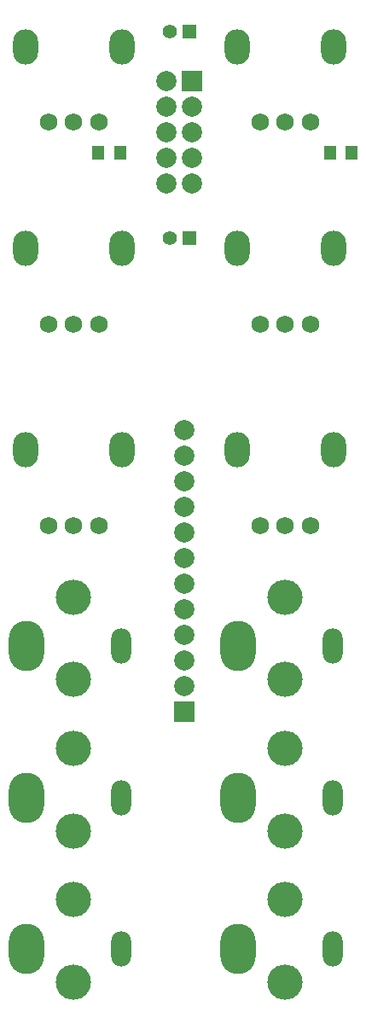
<source format=gts>
G04 (created by PCBNEW (2013-07-07 BZR 4022)-stable) date 2014-05-25 11:12:15 PM*
%MOIN*%
G04 Gerber Fmt 3.4, Leading zero omitted, Abs format*
%FSLAX34Y34*%
G01*
G70*
G90*
G04 APERTURE LIST*
%ADD10C,0.00590551*%
%ADD11R,0.045X0.055*%
%ADD12O,0.137795X0.19685*%
%ADD13O,0.0787402X0.137795*%
%ADD14O,0.137795X0.137795*%
%ADD15R,0.0787X0.0787*%
%ADD16C,0.0787*%
%ADD17O,0.0984252X0.137795*%
%ADD18C,0.0688976*%
%ADD19R,0.0551181X0.0551181*%
%ADD20C,0.0551181*%
G04 APERTURE END LIST*
G54D10*
G54D11*
X94716Y-48228D03*
X93866Y-48228D03*
X85661Y-48228D03*
X84811Y-48228D03*
G54D12*
X90275Y-73425D03*
G54D13*
X93976Y-73425D03*
G54D14*
X92125Y-71496D03*
X92125Y-74724D03*
G54D12*
X82007Y-73425D03*
G54D13*
X85708Y-73425D03*
G54D14*
X83858Y-71496D03*
X83858Y-74724D03*
G54D12*
X90275Y-79330D03*
G54D13*
X93976Y-79330D03*
G54D14*
X92125Y-77401D03*
X92125Y-80629D03*
G54D12*
X82007Y-79330D03*
G54D13*
X85708Y-79330D03*
G54D14*
X83858Y-77401D03*
X83858Y-80629D03*
G54D12*
X82007Y-67519D03*
G54D13*
X85708Y-67519D03*
G54D14*
X83858Y-65590D03*
X83858Y-68818D03*
G54D12*
X90275Y-67519D03*
G54D13*
X93976Y-67519D03*
G54D14*
X92125Y-65590D03*
X92125Y-68818D03*
G54D15*
X88188Y-70066D03*
G54D16*
X88188Y-69066D03*
X88188Y-68066D03*
X88188Y-67066D03*
X88188Y-66066D03*
X88188Y-65066D03*
X88188Y-64066D03*
X88188Y-63066D03*
X88188Y-62066D03*
X88188Y-61066D03*
X88188Y-60066D03*
X88188Y-59066D03*
X88492Y-48440D03*
X88492Y-47440D03*
X88492Y-49440D03*
X88492Y-46440D03*
G54D15*
X88492Y-45440D03*
G54D16*
X87492Y-45440D03*
X87492Y-46440D03*
X87492Y-47440D03*
X87492Y-48440D03*
X87492Y-49440D03*
G54D17*
X94015Y-59842D03*
X90236Y-59842D03*
G54D18*
X93110Y-62795D03*
X92125Y-62795D03*
X91141Y-62795D03*
G54D17*
X85748Y-44094D03*
X81968Y-44094D03*
G54D18*
X84842Y-47047D03*
X83858Y-47047D03*
X82874Y-47047D03*
G54D17*
X85748Y-51968D03*
X81968Y-51968D03*
G54D18*
X84842Y-54921D03*
X83858Y-54921D03*
X82874Y-54921D03*
G54D17*
X85748Y-59842D03*
X81968Y-59842D03*
G54D18*
X84842Y-62795D03*
X83858Y-62795D03*
X82874Y-62795D03*
G54D17*
X94015Y-51968D03*
X90236Y-51968D03*
G54D18*
X93110Y-54921D03*
X92125Y-54921D03*
X91141Y-54921D03*
G54D17*
X94015Y-44094D03*
X90236Y-44094D03*
G54D18*
X93110Y-47047D03*
X92125Y-47047D03*
X91141Y-47047D03*
G54D19*
X88385Y-43503D03*
G54D20*
X87598Y-43503D03*
G54D19*
X88385Y-51574D03*
G54D20*
X87598Y-51574D03*
M02*

</source>
